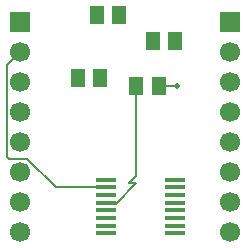
<source format=gtl>
G04 DipTrace 3.1.0.0*
G04 project.gtl*
%MOIN*%
G04 #@! TF.FileFunction,Copper,L1,Top*
G04 #@! TF.Part,Single*
G04 #@! TA.AperFunction,Conductor*
%ADD11C,0.006*%
%ADD15R,0.051181X0.059055*%
G04 #@! TA.AperFunction,ComponentPad*
%ADD16R,0.066929X0.066929*%
%ADD17C,0.066929*%
%ADD18R,0.070866X0.015748*%
G04 #@! TA.AperFunction,ViaPad*
%ADD19C,0.02*%
%FSLAX26Y26*%
G04*
G70*
G90*
G75*
G01*
G04 Top*
%LPD*%
X948803Y1006500D2*
D11*
X1011500D1*
X874000D2*
Y706499D1*
X849001Y681499D1*
X874001D1*
X805251Y612749D1*
X792751D1*
Y618999D1*
X775774D1*
X774001Y617227D1*
Y668408D2*
X605843D1*
X511501Y762749D1*
X449000D1*
X442751Y768999D1*
Y1075248D1*
X486501Y1118999D1*
D19*
X1011500Y1006500D3*
D15*
X680251Y1031500D3*
X755054D3*
X930251Y1156499D3*
X1005054D3*
X874000Y1006500D3*
X948803D3*
D16*
X486501Y1218999D3*
D17*
Y1118999D3*
Y1018999D3*
Y918999D3*
Y818999D3*
Y718999D3*
Y618999D3*
Y518999D3*
D16*
X1186501Y1218999D3*
D17*
Y1118999D3*
Y1018999D3*
Y918999D3*
Y818999D3*
Y718999D3*
Y618999D3*
Y518999D3*
D15*
X742751Y1243999D3*
X817554D3*
D18*
X774001Y693999D3*
Y668408D3*
Y642818D3*
Y617227D3*
Y591636D3*
Y566046D3*
Y540455D3*
Y514865D3*
X1002356D3*
X1002348Y540455D3*
Y566046D3*
Y591636D3*
Y617227D3*
Y642818D3*
Y668408D3*
Y693999D3*
M02*

</source>
